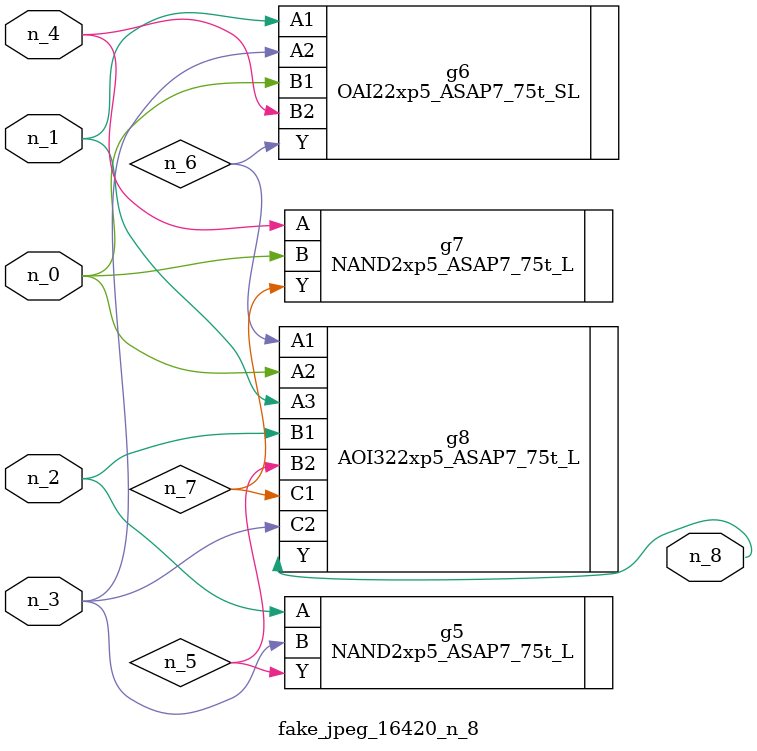
<source format=v>
module fake_jpeg_16420_n_8 (n_3, n_2, n_1, n_0, n_4, n_8);

input n_3;
input n_2;
input n_1;
input n_0;
input n_4;

output n_8;

wire n_6;
wire n_5;
wire n_7;

NAND2xp5_ASAP7_75t_L g5 ( 
.A(n_2),
.B(n_3),
.Y(n_5)
);

OAI22xp5_ASAP7_75t_SL g6 ( 
.A1(n_1),
.A2(n_3),
.B1(n_0),
.B2(n_4),
.Y(n_6)
);

NAND2xp5_ASAP7_75t_L g7 ( 
.A(n_4),
.B(n_0),
.Y(n_7)
);

AOI322xp5_ASAP7_75t_L g8 ( 
.A1(n_6),
.A2(n_0),
.A3(n_1),
.B1(n_2),
.B2(n_5),
.C1(n_7),
.C2(n_3),
.Y(n_8)
);


endmodule
</source>
